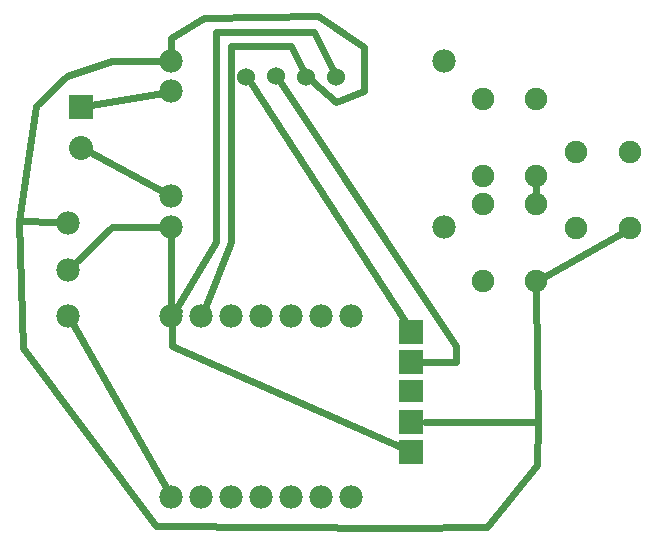
<source format=gtl>
G04 MADE WITH FRITZING*
G04 WWW.FRITZING.ORG*
G04 DOUBLE SIDED*
G04 HOLES PLATED*
G04 CONTOUR ON CENTER OF CONTOUR VECTOR*
%ASAXBY*%
%FSLAX23Y23*%
%MOIN*%
%OFA0B0*%
%SFA1.0B1.0*%
%ADD10C,0.075000*%
%ADD11C,0.074000*%
%ADD12C,0.078000*%
%ADD13C,0.080000*%
%ADD14C,0.060000*%
%ADD15R,0.073028X0.071501*%
%ADD16R,0.071756X0.074809*%
%ADD17R,0.073028X0.069551*%
%ADD18R,0.071501X0.071077*%
%ADD19R,0.071756X0.071756*%
%ADD20R,0.000028X0.000028*%
%ADD21R,0.082469X0.079707*%
%ADD22R,0.080184X0.080286*%
%ADD23R,0.078917X0.078057*%
%ADD24R,0.080000X0.080000*%
%ADD25R,0.080184X0.080012*%
%ADD26C,0.024000*%
%LNCOPPER1*%
G90*
G70*
G54D10*
X1611Y1153D03*
X1611Y897D03*
X1788Y1153D03*
X1788Y897D03*
X1611Y1153D03*
X1611Y897D03*
X1788Y1153D03*
X1788Y897D03*
X1922Y1329D03*
X1922Y1074D03*
X2100Y1329D03*
X2100Y1074D03*
X1922Y1329D03*
X1922Y1074D03*
X2100Y1329D03*
X2100Y1074D03*
X1611Y1503D03*
X1611Y1247D03*
X1788Y1503D03*
X1788Y1247D03*
X1611Y1503D03*
X1611Y1247D03*
X1788Y1503D03*
X1788Y1247D03*
G54D11*
X1372Y730D03*
X1372Y630D03*
X1372Y530D03*
X1372Y430D03*
X1372Y330D03*
G54D12*
X572Y179D03*
X672Y179D03*
X772Y179D03*
X872Y179D03*
X972Y179D03*
X1072Y179D03*
X1172Y179D03*
X1172Y780D03*
X1072Y780D03*
X972Y780D03*
X872Y780D03*
X772Y780D03*
X672Y780D03*
X572Y780D03*
G54D13*
X272Y1479D03*
X272Y1342D03*
G54D12*
X229Y780D03*
X229Y936D03*
X229Y1092D03*
G54D14*
X822Y1579D03*
X922Y1580D03*
X1022Y1579D03*
X1122Y1579D03*
X822Y1579D03*
X922Y1580D03*
X1022Y1579D03*
X1122Y1579D03*
G54D12*
X1481Y1079D03*
X1481Y1631D03*
X572Y1079D03*
X572Y1180D03*
X572Y1531D03*
X572Y1631D03*
G54D15*
X1373Y330D03*
G54D16*
X1372Y428D03*
G54D17*
X1371Y529D03*
G54D18*
X1372Y730D03*
G54D19*
X1372Y630D03*
G54D20*
X1372Y730D03*
X1372Y630D03*
G54D18*
X1372Y630D03*
G54D19*
X1372Y730D03*
G54D20*
X1372Y730D03*
X1372Y630D03*
G54D18*
X1372Y630D03*
G54D19*
X1372Y730D03*
G54D20*
X1372Y730D03*
X1372Y630D03*
G54D18*
X1372Y630D03*
G54D19*
X1372Y730D03*
G54D21*
X1372Y329D03*
G54D22*
X1372Y429D03*
G54D23*
X1372Y530D03*
G54D24*
X1372Y629D03*
G54D25*
X1372Y729D03*
G54D15*
X1373Y330D03*
G54D16*
X1372Y428D03*
G54D17*
X1371Y529D03*
G54D18*
X1372Y730D03*
G54D19*
X1372Y630D03*
G54D20*
X1372Y730D03*
X1372Y630D03*
G54D18*
X1372Y630D03*
G54D19*
X1372Y730D03*
G54D20*
X1372Y730D03*
X1372Y630D03*
G54D18*
X1372Y630D03*
G54D19*
X1372Y730D03*
G54D20*
X1372Y730D03*
X1372Y630D03*
G54D18*
X1372Y630D03*
G54D19*
X1372Y730D03*
G54D21*
X1372Y329D03*
G54D22*
X1372Y429D03*
G54D23*
X1372Y530D03*
G54D24*
X1372Y629D03*
G54D25*
X1372Y729D03*
G54D24*
X272Y1479D03*
G54D26*
X572Y810D02*
X572Y1049D01*
D02*
X543Y1526D02*
X303Y1485D01*
D02*
X546Y1194D02*
X300Y1327D01*
D02*
X244Y753D02*
X557Y206D01*
D02*
X542Y1079D02*
X373Y1078D01*
D02*
X373Y1078D02*
X250Y957D01*
D02*
X596Y799D02*
X573Y780D01*
D02*
X573Y780D02*
X573Y680D01*
D02*
X573Y680D02*
X1337Y345D01*
D02*
X79Y673D02*
X521Y80D01*
D02*
X1329Y73D02*
X1623Y79D01*
D02*
X521Y80D02*
X1329Y73D01*
D02*
X1794Y427D02*
X1416Y429D01*
D02*
X1791Y285D02*
X1794Y427D01*
D02*
X1623Y79D02*
X1791Y285D01*
D02*
X65Y1097D02*
X79Y673D01*
D02*
X570Y1709D02*
X572Y1661D01*
D02*
X682Y1775D02*
X570Y1709D01*
D02*
X1060Y1781D02*
X682Y1775D01*
D02*
X1122Y1493D02*
X1213Y1531D01*
D02*
X1215Y1677D02*
X1060Y1781D01*
D02*
X1213Y1531D02*
X1215Y1677D01*
D02*
X1041Y1563D02*
X1122Y1493D01*
D02*
X722Y1029D02*
X722Y1729D01*
D02*
X722Y1729D02*
X1047Y1727D01*
D02*
X1047Y1727D02*
X1111Y1602D01*
D02*
X588Y806D02*
X722Y1029D01*
D02*
X772Y1029D02*
X684Y808D01*
D02*
X772Y1680D02*
X772Y1029D01*
D02*
X1011Y1602D02*
X972Y1680D01*
D02*
X972Y1680D02*
X772Y1680D01*
D02*
X1521Y628D02*
X1521Y680D01*
D02*
X1521Y680D02*
X936Y1559D01*
D02*
X1415Y629D02*
X1521Y628D01*
D02*
X836Y1558D02*
X1350Y764D01*
D02*
X1788Y1219D02*
X1788Y1182D01*
D02*
X2075Y1059D02*
X1813Y911D01*
D02*
X1794Y427D02*
X1788Y869D01*
D02*
X65Y1097D02*
X199Y1093D01*
D02*
X65Y1097D02*
X121Y1480D01*
D02*
X121Y1480D02*
X224Y1581D01*
D02*
X374Y1630D02*
X542Y1631D01*
D02*
X224Y1581D02*
X374Y1630D01*
G04 End of Copper1*
M02*
</source>
